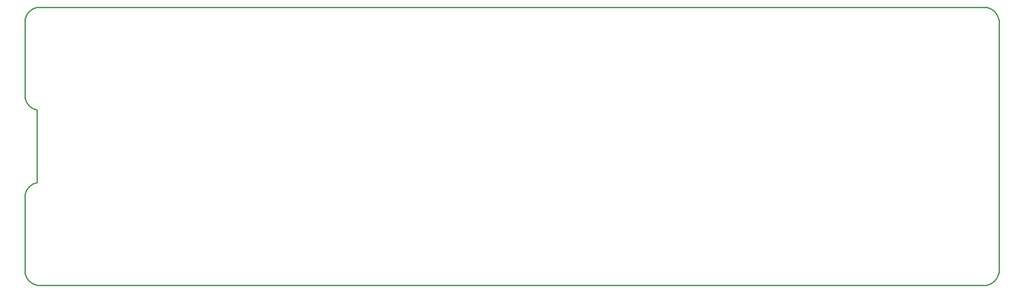
<source format=gko>
G04 ---------------------------- Layer name :KeepOutLayer *
G04 easyEDA 0.1*
G04 Scale: 100 percent, Rotated: No, Reflected: No *
G04 Dimensions in inches *
G04 leading zeros omitted , absolute positions ,2 integer and 4 * 
%FSLAX24Y24*%
%MOIN*%
G90*
G70D02*

%ADD10C,0.010000*%
G54D10*
G75*
G01X28Y42196D02*
G02X965Y43134I1162J-225D01*
G01*
G75*
G01X74567Y43134D02*
G02X75505Y42196I-225J-1163D01*
G01*
G75*
G01X75505Y22506D02*
G02X74567Y21568I-1163J224D01*
G01*
G75*
G01X965Y21569D02*
G02X26Y22507I224J1162D01*
G01*
G75*
G01X965Y35164D02*
G02X28Y36102I225J1162D01*
G01*
G75*
G01X28Y28601D02*
G02X965Y29539I1162J-225D01*
G01*
G01X965Y43133D02*
G01X74567Y43133D01*
G01X75504Y42196D02*
G01X75504Y22506D01*
G01X74567Y21568D02*
G01X965Y21568D01*
G01X28Y36101D02*
G01X28Y42196D01*
G01X28Y22506D02*
G01X28Y28600D01*
G01X965Y29538D02*
G01X965Y35164D01*

%LPD*%
%LNVIA PAD TRACK COPPERAREA*%

M00*
M02*
</source>
